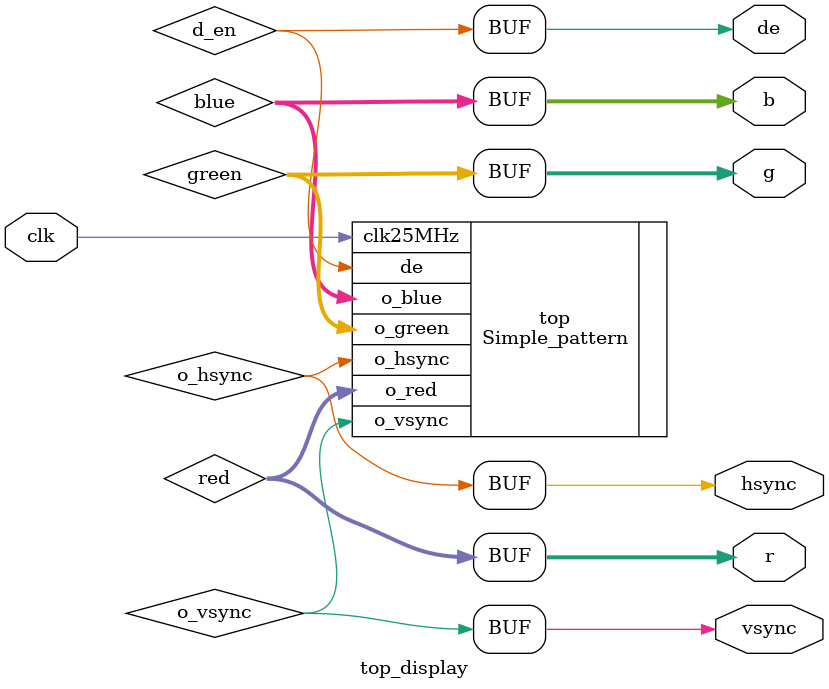
<source format=v>
module top_display(

    input  clk,              // System clock input (typically 27 MHz)
    output reg hsync,        // Horizontal sync output for VGA
    output reg vsync,        // Vertical sync output for VGA
    output reg [7:0] r,            // Red color signal output for VGA
    output reg[7:0] g,            // Green color signal output for VGA
    output reg[7:0] b,            // Blue color signal output for VGA
    output reg de             
);

    // Internal wire declarations
    wire o_hsync;            // Horizontal sync signal from Simple_pattern module
    wire o_vsync;            // Vertical sync signal from Simple_pattern module
    wire clk_out;  // Clock outputs from PLL and clock divider
    wire [7:0] red, green, blue;  // Color signals from Simple_pattern module
    wire d_en;

    // Unused signals for ball location and drawing (can be used in future extensions)
    wire [5:0] loc_ball_x;   // X-coordinate of the ball (not used here)
    wire [5:0] loc_ball_y;   // Y-coordinate of the ball (not used here)
    wire draw_ball;          // Signal to determine if the ball should be drawn (not used here)

    // Always block to update VGA output signals based on internal signals
    always@(*) begin
        r = red;             // Assign red color signal to VGA red output
        g = green;           // Assign green color signal to VGA green output
        b = blue;            // Assign blue color signal to VGA blue output
        hsync = o_hsync;     // Assign horizontal sync signal to VGA hsync output
        vsync = o_vsync;     // Assign vertical sync signal to VGA vsync output
        de=d_en;             
    end

  
  
    // Instantiate the Simple_pattern module to generate VGA signals
    Simple_pattern top(
        .clk25MHz(clk),  // Input clock signal (25 MHz for VGA timing)
        .o_hsync(o_hsync),    // Output horizontal sync signal
        .o_vsync(o_vsync),    // Output vertical sync signal
        .o_red(red),          // Output red color signal (8 bits)
        .o_green(green),      // Output green color signal (8 bits)
        .o_blue(blue),         // Output blue color signal (8 bits)
        .de(d_en)             // Output data_enable for display area
    );

endmodule

</source>
